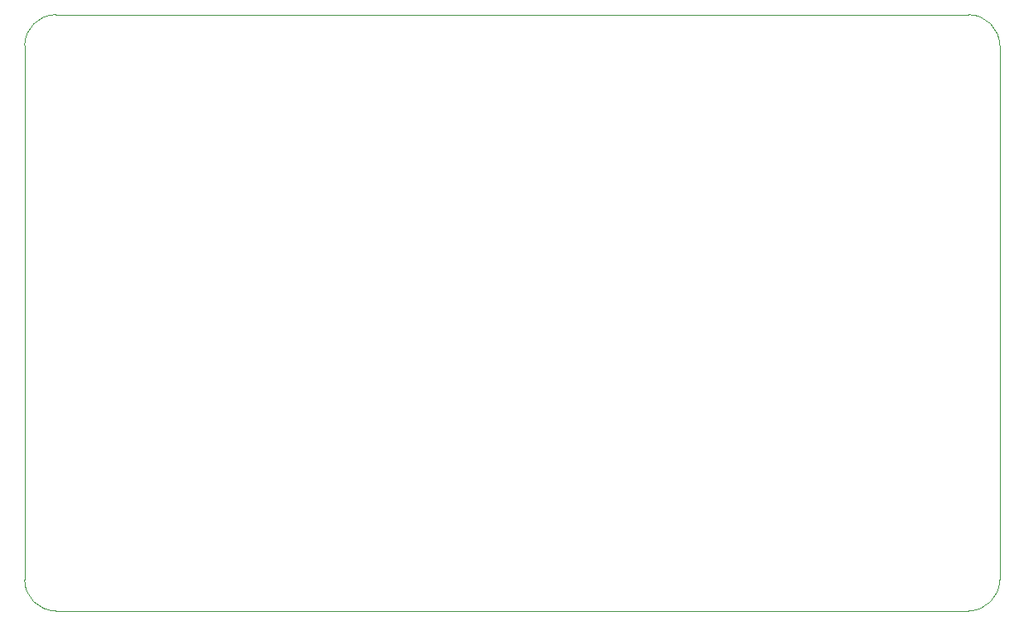
<source format=gbr>
%TF.GenerationSoftware,KiCad,Pcbnew,9.0.6*%
%TF.CreationDate,2026-01-19T19:45:04-05:00*%
%TF.ProjectId,ClearLogicAnalyzer,436c6561-724c-46f6-9769-63416e616c79,1*%
%TF.SameCoordinates,Original*%
%TF.FileFunction,Profile,NP*%
%FSLAX46Y46*%
G04 Gerber Fmt 4.6, Leading zero omitted, Abs format (unit mm)*
G04 Created by KiCad (PCBNEW 9.0.6) date 2026-01-19 19:45:04*
%MOMM*%
%LPD*%
G01*
G04 APERTURE LIST*
%TA.AperFunction,Profile*%
%ADD10C,0.050000*%
%TD*%
G04 APERTURE END LIST*
D10*
X81661001Y-120650000D02*
G75*
G02*
X78486000Y-117474999I-1J3175000D01*
G01*
X78486000Y-117475000D02*
X78485999Y-62865000D01*
X178054000Y-62865001D02*
X178054000Y-117474999D01*
X81661000Y-59690000D02*
X174878999Y-59690000D01*
X174879000Y-120649999D02*
X81661001Y-120649999D01*
X178054000Y-117474999D02*
G75*
G02*
X174879000Y-120650000I-3175000J-1D01*
G01*
X78485999Y-62865000D02*
G75*
G02*
X81661000Y-59689999I3175001J0D01*
G01*
X174878999Y-59690000D02*
G75*
G02*
X178054000Y-62865001I1J-3175000D01*
G01*
M02*

</source>
